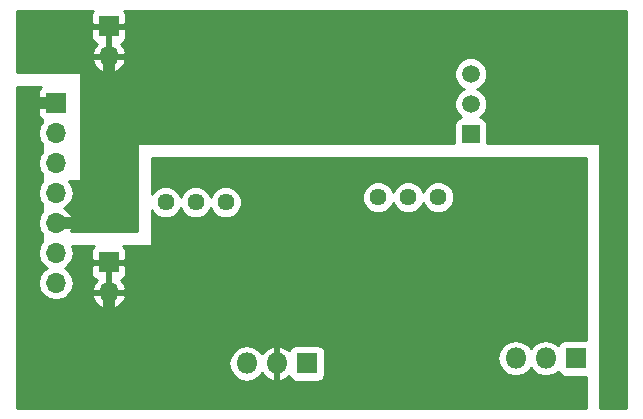
<source format=gbr>
G04 #@! TF.FileFunction,Copper,L2,Bot,Signal*
%FSLAX46Y46*%
G04 Gerber Fmt 4.6, Leading zero omitted, Abs format (unit mm)*
G04 Created by KiCad (PCBNEW 4.0.7) date 01/09/23 23:27:53*
%MOMM*%
%LPD*%
G01*
G04 APERTURE LIST*
%ADD10C,0.100000*%
%ADD11R,1.700000X1.700000*%
%ADD12O,1.700000X1.700000*%
%ADD13R,1.800000X1.800000*%
%ADD14O,1.800000X1.800000*%
%ADD15C,1.440000*%
%ADD16C,1.520000*%
%ADD17R,1.520000X1.520000*%
%ADD18C,0.600000*%
%ADD19C,1.000000*%
%ADD20C,0.254000*%
G04 APERTURE END LIST*
D10*
D11*
X53000000Y-65500000D03*
D12*
X53000000Y-68040000D03*
X53000000Y-70580000D03*
X53000000Y-73120000D03*
X53000000Y-75660000D03*
X53000000Y-78200000D03*
X53000000Y-80740000D03*
D13*
X74260000Y-87560000D03*
D14*
X71720000Y-87560000D03*
X69180000Y-87560000D03*
D15*
X62300000Y-73900000D03*
X64840000Y-73900000D03*
X67380000Y-73900000D03*
X80300000Y-73500000D03*
X82840000Y-73500000D03*
X85380000Y-73500000D03*
D11*
X57500000Y-79000000D03*
D12*
X57500000Y-81540000D03*
D11*
X57500000Y-59000000D03*
D12*
X57500000Y-61540000D03*
D16*
X88130000Y-65590000D03*
X88130000Y-63050000D03*
D17*
X88130000Y-68130000D03*
D13*
X97028000Y-87122000D03*
D14*
X94488000Y-87122000D03*
X91948000Y-87122000D03*
D18*
X100140000Y-90870000D03*
X100140000Y-89820000D03*
X99750000Y-75470000D03*
X100000000Y-80000000D03*
X79250000Y-58750000D03*
X76100000Y-58750000D03*
X70000000Y-67300000D03*
X90300000Y-58600000D03*
X93700000Y-58500000D03*
X78580000Y-80350000D03*
X79180000Y-78230000D03*
X89610000Y-79630000D03*
X89540000Y-77600000D03*
X72450000Y-70750000D03*
X73400000Y-81000000D03*
X95700000Y-71450000D03*
X96550000Y-72350000D03*
X66400000Y-81550000D03*
X68250000Y-81200000D03*
X69850000Y-81000000D03*
D19*
X53000000Y-75660000D02*
X56840000Y-75660000D01*
X57500000Y-75000000D02*
X57500000Y-61540000D01*
X56840000Y-75660000D02*
X57500000Y-75000000D01*
X53000000Y-65500000D02*
X51000000Y-65500000D01*
X57500000Y-84500000D02*
X57500000Y-81540000D01*
X57000000Y-85000000D02*
X57500000Y-84500000D01*
X51500000Y-85000000D02*
X57000000Y-85000000D01*
X50500000Y-84000000D02*
X51500000Y-85000000D01*
X50500000Y-66000000D02*
X50500000Y-84000000D01*
X51000000Y-65500000D02*
X50500000Y-66000000D01*
D20*
G36*
X51611673Y-64290301D02*
X51515000Y-64523690D01*
X51515000Y-65214250D01*
X51673750Y-65373000D01*
X51825000Y-65373000D01*
X51825000Y-65627000D01*
X51673750Y-65627000D01*
X51515000Y-65785750D01*
X51515000Y-66476310D01*
X51611673Y-66709699D01*
X51790302Y-66888327D01*
X51825000Y-66902699D01*
X51825000Y-67133400D01*
X51598946Y-67471715D01*
X51485907Y-68040000D01*
X51598946Y-68608285D01*
X51825000Y-68946600D01*
X51825000Y-69673400D01*
X51598946Y-70011715D01*
X51485907Y-70580000D01*
X51598946Y-71148285D01*
X51873000Y-71558437D01*
X51873000Y-72141563D01*
X51598946Y-72551715D01*
X51485907Y-73120000D01*
X51598946Y-73688285D01*
X51873000Y-74098437D01*
X51873000Y-74681563D01*
X51598946Y-75091715D01*
X51485907Y-75660000D01*
X51598946Y-76228285D01*
X51873000Y-76638437D01*
X51873000Y-77221563D01*
X51598946Y-77631715D01*
X51485907Y-78200000D01*
X51598946Y-78768285D01*
X51920853Y-79250054D01*
X52250026Y-79470000D01*
X51920853Y-79689946D01*
X51598946Y-80171715D01*
X51485907Y-80740000D01*
X51598946Y-81308285D01*
X51920853Y-81790054D01*
X52402622Y-82111961D01*
X52970907Y-82225000D01*
X53029093Y-82225000D01*
X53597378Y-82111961D01*
X53919255Y-81896890D01*
X56058524Y-81896890D01*
X56228355Y-82306924D01*
X56618642Y-82735183D01*
X57143108Y-82981486D01*
X57373000Y-82860819D01*
X57373000Y-81667000D01*
X57627000Y-81667000D01*
X57627000Y-82860819D01*
X57856892Y-82981486D01*
X58381358Y-82735183D01*
X58771645Y-82306924D01*
X58941476Y-81896890D01*
X58820155Y-81667000D01*
X57627000Y-81667000D01*
X57373000Y-81667000D01*
X56179845Y-81667000D01*
X56058524Y-81896890D01*
X53919255Y-81896890D01*
X54079147Y-81790054D01*
X54401054Y-81308285D01*
X54514093Y-80740000D01*
X54401054Y-80171715D01*
X54079147Y-79689946D01*
X53749974Y-79470000D01*
X54025724Y-79285750D01*
X56015000Y-79285750D01*
X56015000Y-79976310D01*
X56111673Y-80209699D01*
X56290302Y-80388327D01*
X56499878Y-80475136D01*
X56228355Y-80773076D01*
X56058524Y-81183110D01*
X56179845Y-81413000D01*
X57373000Y-81413000D01*
X57373000Y-79127000D01*
X57627000Y-79127000D01*
X57627000Y-81413000D01*
X58820155Y-81413000D01*
X58941476Y-81183110D01*
X58771645Y-80773076D01*
X58500122Y-80475136D01*
X58709698Y-80388327D01*
X58888327Y-80209699D01*
X58985000Y-79976310D01*
X58985000Y-79285750D01*
X58826250Y-79127000D01*
X57627000Y-79127000D01*
X57373000Y-79127000D01*
X56173750Y-79127000D01*
X56015000Y-79285750D01*
X54025724Y-79285750D01*
X54079147Y-79250054D01*
X54401054Y-78768285D01*
X54514093Y-78200000D01*
X54401054Y-77631715D01*
X54397904Y-77627000D01*
X56274975Y-77627000D01*
X56111673Y-77790301D01*
X56015000Y-78023690D01*
X56015000Y-78714250D01*
X56173750Y-78873000D01*
X57373000Y-78873000D01*
X57373000Y-78853000D01*
X57627000Y-78853000D01*
X57627000Y-78873000D01*
X58826250Y-78873000D01*
X58985000Y-78714250D01*
X58985000Y-78023690D01*
X58888327Y-77790301D01*
X58725025Y-77627000D01*
X61000000Y-77627000D01*
X61049410Y-77616994D01*
X61091035Y-77588553D01*
X61118315Y-77546159D01*
X61127000Y-77500000D01*
X61127000Y-74609386D01*
X61150617Y-74666543D01*
X61531452Y-75048043D01*
X62029291Y-75254764D01*
X62568344Y-75255235D01*
X63066543Y-75049383D01*
X63448043Y-74668548D01*
X63570045Y-74374736D01*
X63690617Y-74666543D01*
X64071452Y-75048043D01*
X64569291Y-75254764D01*
X65108344Y-75255235D01*
X65606543Y-75049383D01*
X65988043Y-74668548D01*
X66110045Y-74374736D01*
X66230617Y-74666543D01*
X66611452Y-75048043D01*
X67109291Y-75254764D01*
X67648344Y-75255235D01*
X68146543Y-75049383D01*
X68528043Y-74668548D01*
X68734764Y-74170709D01*
X68735115Y-73768344D01*
X78944765Y-73768344D01*
X79150617Y-74266543D01*
X79531452Y-74648043D01*
X80029291Y-74854764D01*
X80568344Y-74855235D01*
X81066543Y-74649383D01*
X81448043Y-74268548D01*
X81570045Y-73974736D01*
X81690617Y-74266543D01*
X82071452Y-74648043D01*
X82569291Y-74854764D01*
X83108344Y-74855235D01*
X83606543Y-74649383D01*
X83988043Y-74268548D01*
X84110045Y-73974736D01*
X84230617Y-74266543D01*
X84611452Y-74648043D01*
X85109291Y-74854764D01*
X85648344Y-74855235D01*
X86146543Y-74649383D01*
X86528043Y-74268548D01*
X86734764Y-73770709D01*
X86735235Y-73231656D01*
X86529383Y-72733457D01*
X86148548Y-72351957D01*
X85650709Y-72145236D01*
X85111656Y-72144765D01*
X84613457Y-72350617D01*
X84231957Y-72731452D01*
X84109955Y-73025264D01*
X83989383Y-72733457D01*
X83608548Y-72351957D01*
X83110709Y-72145236D01*
X82571656Y-72144765D01*
X82073457Y-72350617D01*
X81691957Y-72731452D01*
X81569955Y-73025264D01*
X81449383Y-72733457D01*
X81068548Y-72351957D01*
X80570709Y-72145236D01*
X80031656Y-72144765D01*
X79533457Y-72350617D01*
X79151957Y-72731452D01*
X78945236Y-73229291D01*
X78944765Y-73768344D01*
X68735115Y-73768344D01*
X68735235Y-73631656D01*
X68529383Y-73133457D01*
X68148548Y-72751957D01*
X67650709Y-72545236D01*
X67111656Y-72544765D01*
X66613457Y-72750617D01*
X66231957Y-73131452D01*
X66109955Y-73425264D01*
X65989383Y-73133457D01*
X65608548Y-72751957D01*
X65110709Y-72545236D01*
X64571656Y-72544765D01*
X64073457Y-72750617D01*
X63691957Y-73131452D01*
X63569955Y-73425264D01*
X63449383Y-73133457D01*
X63068548Y-72751957D01*
X62570709Y-72545236D01*
X62031656Y-72544765D01*
X61533457Y-72750617D01*
X61151957Y-73131452D01*
X61127000Y-73191555D01*
X61127000Y-70127000D01*
X97873000Y-70127000D01*
X97873000Y-85574560D01*
X96128000Y-85574560D01*
X95892683Y-85618838D01*
X95676559Y-85757910D01*
X95531569Y-85970110D01*
X95528281Y-85986344D01*
X95105491Y-85703845D01*
X94518072Y-85587000D01*
X94457928Y-85587000D01*
X93870509Y-85703845D01*
X93372519Y-86036591D01*
X93218000Y-86267845D01*
X93063481Y-86036591D01*
X92565491Y-85703845D01*
X91978072Y-85587000D01*
X91917928Y-85587000D01*
X91330509Y-85703845D01*
X90832519Y-86036591D01*
X90499773Y-86534581D01*
X90382928Y-87122000D01*
X90499773Y-87709419D01*
X90832519Y-88207409D01*
X91330509Y-88540155D01*
X91917928Y-88657000D01*
X91978072Y-88657000D01*
X92565491Y-88540155D01*
X93063481Y-88207409D01*
X93218000Y-87976155D01*
X93372519Y-88207409D01*
X93870509Y-88540155D01*
X94457928Y-88657000D01*
X94518072Y-88657000D01*
X95105491Y-88540155D01*
X95526026Y-88259163D01*
X95663910Y-88473441D01*
X95876110Y-88618431D01*
X96128000Y-88669440D01*
X97873000Y-88669440D01*
X97873000Y-91290000D01*
X49710000Y-91290000D01*
X49710000Y-87560000D01*
X67614928Y-87560000D01*
X67731773Y-88147419D01*
X68064519Y-88645409D01*
X68562509Y-88978155D01*
X69149928Y-89095000D01*
X69210072Y-89095000D01*
X69797491Y-88978155D01*
X70295481Y-88645409D01*
X70454501Y-88407418D01*
X70812424Y-88797966D01*
X71355258Y-89051046D01*
X71593000Y-88930997D01*
X71593000Y-87687000D01*
X71573000Y-87687000D01*
X71573000Y-87433000D01*
X71593000Y-87433000D01*
X71593000Y-86189003D01*
X71847000Y-86189003D01*
X71847000Y-87433000D01*
X71867000Y-87433000D01*
X71867000Y-87687000D01*
X71847000Y-87687000D01*
X71847000Y-88930997D01*
X72084742Y-89051046D01*
X72627576Y-88797966D01*
X72750844Y-88663462D01*
X72756838Y-88695317D01*
X72895910Y-88911441D01*
X73108110Y-89056431D01*
X73360000Y-89107440D01*
X75160000Y-89107440D01*
X75395317Y-89063162D01*
X75611441Y-88924090D01*
X75756431Y-88711890D01*
X75807440Y-88460000D01*
X75807440Y-86660000D01*
X75763162Y-86424683D01*
X75624090Y-86208559D01*
X75411890Y-86063569D01*
X75160000Y-86012560D01*
X73360000Y-86012560D01*
X73124683Y-86056838D01*
X72908559Y-86195910D01*
X72763569Y-86408110D01*
X72753234Y-86459146D01*
X72627576Y-86322034D01*
X72084742Y-86068954D01*
X71847000Y-86189003D01*
X71593000Y-86189003D01*
X71355258Y-86068954D01*
X70812424Y-86322034D01*
X70454501Y-86712582D01*
X70295481Y-86474591D01*
X69797491Y-86141845D01*
X69210072Y-86025000D01*
X69149928Y-86025000D01*
X68562509Y-86141845D01*
X68064519Y-86474591D01*
X67731773Y-86972581D01*
X67614928Y-87560000D01*
X49710000Y-87560000D01*
X49710000Y-64127000D01*
X51774975Y-64127000D01*
X51611673Y-64290301D01*
X51611673Y-64290301D01*
G37*
X51611673Y-64290301D02*
X51515000Y-64523690D01*
X51515000Y-65214250D01*
X51673750Y-65373000D01*
X51825000Y-65373000D01*
X51825000Y-65627000D01*
X51673750Y-65627000D01*
X51515000Y-65785750D01*
X51515000Y-66476310D01*
X51611673Y-66709699D01*
X51790302Y-66888327D01*
X51825000Y-66902699D01*
X51825000Y-67133400D01*
X51598946Y-67471715D01*
X51485907Y-68040000D01*
X51598946Y-68608285D01*
X51825000Y-68946600D01*
X51825000Y-69673400D01*
X51598946Y-70011715D01*
X51485907Y-70580000D01*
X51598946Y-71148285D01*
X51873000Y-71558437D01*
X51873000Y-72141563D01*
X51598946Y-72551715D01*
X51485907Y-73120000D01*
X51598946Y-73688285D01*
X51873000Y-74098437D01*
X51873000Y-74681563D01*
X51598946Y-75091715D01*
X51485907Y-75660000D01*
X51598946Y-76228285D01*
X51873000Y-76638437D01*
X51873000Y-77221563D01*
X51598946Y-77631715D01*
X51485907Y-78200000D01*
X51598946Y-78768285D01*
X51920853Y-79250054D01*
X52250026Y-79470000D01*
X51920853Y-79689946D01*
X51598946Y-80171715D01*
X51485907Y-80740000D01*
X51598946Y-81308285D01*
X51920853Y-81790054D01*
X52402622Y-82111961D01*
X52970907Y-82225000D01*
X53029093Y-82225000D01*
X53597378Y-82111961D01*
X53919255Y-81896890D01*
X56058524Y-81896890D01*
X56228355Y-82306924D01*
X56618642Y-82735183D01*
X57143108Y-82981486D01*
X57373000Y-82860819D01*
X57373000Y-81667000D01*
X57627000Y-81667000D01*
X57627000Y-82860819D01*
X57856892Y-82981486D01*
X58381358Y-82735183D01*
X58771645Y-82306924D01*
X58941476Y-81896890D01*
X58820155Y-81667000D01*
X57627000Y-81667000D01*
X57373000Y-81667000D01*
X56179845Y-81667000D01*
X56058524Y-81896890D01*
X53919255Y-81896890D01*
X54079147Y-81790054D01*
X54401054Y-81308285D01*
X54514093Y-80740000D01*
X54401054Y-80171715D01*
X54079147Y-79689946D01*
X53749974Y-79470000D01*
X54025724Y-79285750D01*
X56015000Y-79285750D01*
X56015000Y-79976310D01*
X56111673Y-80209699D01*
X56290302Y-80388327D01*
X56499878Y-80475136D01*
X56228355Y-80773076D01*
X56058524Y-81183110D01*
X56179845Y-81413000D01*
X57373000Y-81413000D01*
X57373000Y-79127000D01*
X57627000Y-79127000D01*
X57627000Y-81413000D01*
X58820155Y-81413000D01*
X58941476Y-81183110D01*
X58771645Y-80773076D01*
X58500122Y-80475136D01*
X58709698Y-80388327D01*
X58888327Y-80209699D01*
X58985000Y-79976310D01*
X58985000Y-79285750D01*
X58826250Y-79127000D01*
X57627000Y-79127000D01*
X57373000Y-79127000D01*
X56173750Y-79127000D01*
X56015000Y-79285750D01*
X54025724Y-79285750D01*
X54079147Y-79250054D01*
X54401054Y-78768285D01*
X54514093Y-78200000D01*
X54401054Y-77631715D01*
X54397904Y-77627000D01*
X56274975Y-77627000D01*
X56111673Y-77790301D01*
X56015000Y-78023690D01*
X56015000Y-78714250D01*
X56173750Y-78873000D01*
X57373000Y-78873000D01*
X57373000Y-78853000D01*
X57627000Y-78853000D01*
X57627000Y-78873000D01*
X58826250Y-78873000D01*
X58985000Y-78714250D01*
X58985000Y-78023690D01*
X58888327Y-77790301D01*
X58725025Y-77627000D01*
X61000000Y-77627000D01*
X61049410Y-77616994D01*
X61091035Y-77588553D01*
X61118315Y-77546159D01*
X61127000Y-77500000D01*
X61127000Y-74609386D01*
X61150617Y-74666543D01*
X61531452Y-75048043D01*
X62029291Y-75254764D01*
X62568344Y-75255235D01*
X63066543Y-75049383D01*
X63448043Y-74668548D01*
X63570045Y-74374736D01*
X63690617Y-74666543D01*
X64071452Y-75048043D01*
X64569291Y-75254764D01*
X65108344Y-75255235D01*
X65606543Y-75049383D01*
X65988043Y-74668548D01*
X66110045Y-74374736D01*
X66230617Y-74666543D01*
X66611452Y-75048043D01*
X67109291Y-75254764D01*
X67648344Y-75255235D01*
X68146543Y-75049383D01*
X68528043Y-74668548D01*
X68734764Y-74170709D01*
X68735115Y-73768344D01*
X78944765Y-73768344D01*
X79150617Y-74266543D01*
X79531452Y-74648043D01*
X80029291Y-74854764D01*
X80568344Y-74855235D01*
X81066543Y-74649383D01*
X81448043Y-74268548D01*
X81570045Y-73974736D01*
X81690617Y-74266543D01*
X82071452Y-74648043D01*
X82569291Y-74854764D01*
X83108344Y-74855235D01*
X83606543Y-74649383D01*
X83988043Y-74268548D01*
X84110045Y-73974736D01*
X84230617Y-74266543D01*
X84611452Y-74648043D01*
X85109291Y-74854764D01*
X85648344Y-74855235D01*
X86146543Y-74649383D01*
X86528043Y-74268548D01*
X86734764Y-73770709D01*
X86735235Y-73231656D01*
X86529383Y-72733457D01*
X86148548Y-72351957D01*
X85650709Y-72145236D01*
X85111656Y-72144765D01*
X84613457Y-72350617D01*
X84231957Y-72731452D01*
X84109955Y-73025264D01*
X83989383Y-72733457D01*
X83608548Y-72351957D01*
X83110709Y-72145236D01*
X82571656Y-72144765D01*
X82073457Y-72350617D01*
X81691957Y-72731452D01*
X81569955Y-73025264D01*
X81449383Y-72733457D01*
X81068548Y-72351957D01*
X80570709Y-72145236D01*
X80031656Y-72144765D01*
X79533457Y-72350617D01*
X79151957Y-72731452D01*
X78945236Y-73229291D01*
X78944765Y-73768344D01*
X68735115Y-73768344D01*
X68735235Y-73631656D01*
X68529383Y-73133457D01*
X68148548Y-72751957D01*
X67650709Y-72545236D01*
X67111656Y-72544765D01*
X66613457Y-72750617D01*
X66231957Y-73131452D01*
X66109955Y-73425264D01*
X65989383Y-73133457D01*
X65608548Y-72751957D01*
X65110709Y-72545236D01*
X64571656Y-72544765D01*
X64073457Y-72750617D01*
X63691957Y-73131452D01*
X63569955Y-73425264D01*
X63449383Y-73133457D01*
X63068548Y-72751957D01*
X62570709Y-72545236D01*
X62031656Y-72544765D01*
X61533457Y-72750617D01*
X61151957Y-73131452D01*
X61127000Y-73191555D01*
X61127000Y-70127000D01*
X97873000Y-70127000D01*
X97873000Y-85574560D01*
X96128000Y-85574560D01*
X95892683Y-85618838D01*
X95676559Y-85757910D01*
X95531569Y-85970110D01*
X95528281Y-85986344D01*
X95105491Y-85703845D01*
X94518072Y-85587000D01*
X94457928Y-85587000D01*
X93870509Y-85703845D01*
X93372519Y-86036591D01*
X93218000Y-86267845D01*
X93063481Y-86036591D01*
X92565491Y-85703845D01*
X91978072Y-85587000D01*
X91917928Y-85587000D01*
X91330509Y-85703845D01*
X90832519Y-86036591D01*
X90499773Y-86534581D01*
X90382928Y-87122000D01*
X90499773Y-87709419D01*
X90832519Y-88207409D01*
X91330509Y-88540155D01*
X91917928Y-88657000D01*
X91978072Y-88657000D01*
X92565491Y-88540155D01*
X93063481Y-88207409D01*
X93218000Y-87976155D01*
X93372519Y-88207409D01*
X93870509Y-88540155D01*
X94457928Y-88657000D01*
X94518072Y-88657000D01*
X95105491Y-88540155D01*
X95526026Y-88259163D01*
X95663910Y-88473441D01*
X95876110Y-88618431D01*
X96128000Y-88669440D01*
X97873000Y-88669440D01*
X97873000Y-91290000D01*
X49710000Y-91290000D01*
X49710000Y-87560000D01*
X67614928Y-87560000D01*
X67731773Y-88147419D01*
X68064519Y-88645409D01*
X68562509Y-88978155D01*
X69149928Y-89095000D01*
X69210072Y-89095000D01*
X69797491Y-88978155D01*
X70295481Y-88645409D01*
X70454501Y-88407418D01*
X70812424Y-88797966D01*
X71355258Y-89051046D01*
X71593000Y-88930997D01*
X71593000Y-87687000D01*
X71573000Y-87687000D01*
X71573000Y-87433000D01*
X71593000Y-87433000D01*
X71593000Y-86189003D01*
X71847000Y-86189003D01*
X71847000Y-87433000D01*
X71867000Y-87433000D01*
X71867000Y-87687000D01*
X71847000Y-87687000D01*
X71847000Y-88930997D01*
X72084742Y-89051046D01*
X72627576Y-88797966D01*
X72750844Y-88663462D01*
X72756838Y-88695317D01*
X72895910Y-88911441D01*
X73108110Y-89056431D01*
X73360000Y-89107440D01*
X75160000Y-89107440D01*
X75395317Y-89063162D01*
X75611441Y-88924090D01*
X75756431Y-88711890D01*
X75807440Y-88460000D01*
X75807440Y-86660000D01*
X75763162Y-86424683D01*
X75624090Y-86208559D01*
X75411890Y-86063569D01*
X75160000Y-86012560D01*
X73360000Y-86012560D01*
X73124683Y-86056838D01*
X72908559Y-86195910D01*
X72763569Y-86408110D01*
X72753234Y-86459146D01*
X72627576Y-86322034D01*
X72084742Y-86068954D01*
X71847000Y-86189003D01*
X71593000Y-86189003D01*
X71355258Y-86068954D01*
X70812424Y-86322034D01*
X70454501Y-86712582D01*
X70295481Y-86474591D01*
X69797491Y-86141845D01*
X69210072Y-86025000D01*
X69149928Y-86025000D01*
X68562509Y-86141845D01*
X68064519Y-86474591D01*
X67731773Y-86972581D01*
X67614928Y-87560000D01*
X49710000Y-87560000D01*
X49710000Y-64127000D01*
X51774975Y-64127000D01*
X51611673Y-64290301D01*
G36*
X56111673Y-57790301D02*
X56015000Y-58023690D01*
X56015000Y-58714250D01*
X56173750Y-58873000D01*
X57373000Y-58873000D01*
X57373000Y-58853000D01*
X57627000Y-58853000D01*
X57627000Y-58873000D01*
X58826250Y-58873000D01*
X58985000Y-58714250D01*
X58985000Y-58023690D01*
X58888327Y-57790301D01*
X58808026Y-57710000D01*
X101290000Y-57710000D01*
X101290000Y-91290000D01*
X99127000Y-91290000D01*
X99127000Y-69000000D01*
X99116994Y-68950590D01*
X99088553Y-68908965D01*
X99046159Y-68881685D01*
X99000000Y-68873000D01*
X89537440Y-68873000D01*
X89537440Y-67370000D01*
X89493162Y-67134683D01*
X89354090Y-66918559D01*
X89141890Y-66773569D01*
X88956520Y-66736031D01*
X89311934Y-66381236D01*
X89524758Y-65868700D01*
X89525242Y-65313735D01*
X89313313Y-64800828D01*
X88921236Y-64408066D01*
X88709262Y-64320046D01*
X88919172Y-64233313D01*
X89311934Y-63841236D01*
X89524758Y-63328700D01*
X89525242Y-62773735D01*
X89313313Y-62260828D01*
X88921236Y-61868066D01*
X88408700Y-61655242D01*
X87853735Y-61654758D01*
X87340828Y-61866687D01*
X86948066Y-62258764D01*
X86735242Y-62771300D01*
X86734758Y-63326265D01*
X86946687Y-63839172D01*
X87338764Y-64231934D01*
X87550738Y-64319954D01*
X87340828Y-64406687D01*
X86948066Y-64798764D01*
X86735242Y-65311300D01*
X86734758Y-65866265D01*
X86946687Y-66379172D01*
X87302210Y-66735316D01*
X87134683Y-66766838D01*
X86918559Y-66905910D01*
X86773569Y-67118110D01*
X86722560Y-67370000D01*
X86722560Y-68873000D01*
X60000000Y-68873000D01*
X59950590Y-68883006D01*
X59908965Y-68911447D01*
X59881685Y-68953841D01*
X59873000Y-69000000D01*
X59873000Y-76373000D01*
X54293980Y-76373000D01*
X54441476Y-76016890D01*
X54320155Y-75787000D01*
X53127000Y-75787000D01*
X53127000Y-75533000D01*
X54320155Y-75533000D01*
X54441476Y-75303110D01*
X54271645Y-74893076D01*
X53881358Y-74464817D01*
X53738447Y-74397702D01*
X54079147Y-74170054D01*
X54401054Y-73688285D01*
X54514093Y-73120000D01*
X54401054Y-72551715D01*
X54117269Y-72127000D01*
X54984000Y-72127000D01*
X55033410Y-72116994D01*
X55075035Y-72088553D01*
X55102315Y-72046159D01*
X55111000Y-72000000D01*
X55111000Y-63000000D01*
X55100994Y-62950590D01*
X55072553Y-62908965D01*
X55030159Y-62881685D01*
X54984000Y-62873000D01*
X49710000Y-62873000D01*
X49710000Y-61896890D01*
X56058524Y-61896890D01*
X56228355Y-62306924D01*
X56618642Y-62735183D01*
X57143108Y-62981486D01*
X57373000Y-62860819D01*
X57373000Y-61667000D01*
X57627000Y-61667000D01*
X57627000Y-62860819D01*
X57856892Y-62981486D01*
X58381358Y-62735183D01*
X58771645Y-62306924D01*
X58941476Y-61896890D01*
X58820155Y-61667000D01*
X57627000Y-61667000D01*
X57373000Y-61667000D01*
X56179845Y-61667000D01*
X56058524Y-61896890D01*
X49710000Y-61896890D01*
X49710000Y-59285750D01*
X56015000Y-59285750D01*
X56015000Y-59976310D01*
X56111673Y-60209699D01*
X56290302Y-60388327D01*
X56499878Y-60475136D01*
X56228355Y-60773076D01*
X56058524Y-61183110D01*
X56179845Y-61413000D01*
X57373000Y-61413000D01*
X57373000Y-59127000D01*
X57627000Y-59127000D01*
X57627000Y-61413000D01*
X58820155Y-61413000D01*
X58941476Y-61183110D01*
X58771645Y-60773076D01*
X58500122Y-60475136D01*
X58709698Y-60388327D01*
X58888327Y-60209699D01*
X58985000Y-59976310D01*
X58985000Y-59285750D01*
X58826250Y-59127000D01*
X57627000Y-59127000D01*
X57373000Y-59127000D01*
X56173750Y-59127000D01*
X56015000Y-59285750D01*
X49710000Y-59285750D01*
X49710000Y-57710000D01*
X56191974Y-57710000D01*
X56111673Y-57790301D01*
X56111673Y-57790301D01*
G37*
X56111673Y-57790301D02*
X56015000Y-58023690D01*
X56015000Y-58714250D01*
X56173750Y-58873000D01*
X57373000Y-58873000D01*
X57373000Y-58853000D01*
X57627000Y-58853000D01*
X57627000Y-58873000D01*
X58826250Y-58873000D01*
X58985000Y-58714250D01*
X58985000Y-58023690D01*
X58888327Y-57790301D01*
X58808026Y-57710000D01*
X101290000Y-57710000D01*
X101290000Y-91290000D01*
X99127000Y-91290000D01*
X99127000Y-69000000D01*
X99116994Y-68950590D01*
X99088553Y-68908965D01*
X99046159Y-68881685D01*
X99000000Y-68873000D01*
X89537440Y-68873000D01*
X89537440Y-67370000D01*
X89493162Y-67134683D01*
X89354090Y-66918559D01*
X89141890Y-66773569D01*
X88956520Y-66736031D01*
X89311934Y-66381236D01*
X89524758Y-65868700D01*
X89525242Y-65313735D01*
X89313313Y-64800828D01*
X88921236Y-64408066D01*
X88709262Y-64320046D01*
X88919172Y-64233313D01*
X89311934Y-63841236D01*
X89524758Y-63328700D01*
X89525242Y-62773735D01*
X89313313Y-62260828D01*
X88921236Y-61868066D01*
X88408700Y-61655242D01*
X87853735Y-61654758D01*
X87340828Y-61866687D01*
X86948066Y-62258764D01*
X86735242Y-62771300D01*
X86734758Y-63326265D01*
X86946687Y-63839172D01*
X87338764Y-64231934D01*
X87550738Y-64319954D01*
X87340828Y-64406687D01*
X86948066Y-64798764D01*
X86735242Y-65311300D01*
X86734758Y-65866265D01*
X86946687Y-66379172D01*
X87302210Y-66735316D01*
X87134683Y-66766838D01*
X86918559Y-66905910D01*
X86773569Y-67118110D01*
X86722560Y-67370000D01*
X86722560Y-68873000D01*
X60000000Y-68873000D01*
X59950590Y-68883006D01*
X59908965Y-68911447D01*
X59881685Y-68953841D01*
X59873000Y-69000000D01*
X59873000Y-76373000D01*
X54293980Y-76373000D01*
X54441476Y-76016890D01*
X54320155Y-75787000D01*
X53127000Y-75787000D01*
X53127000Y-75533000D01*
X54320155Y-75533000D01*
X54441476Y-75303110D01*
X54271645Y-74893076D01*
X53881358Y-74464817D01*
X53738447Y-74397702D01*
X54079147Y-74170054D01*
X54401054Y-73688285D01*
X54514093Y-73120000D01*
X54401054Y-72551715D01*
X54117269Y-72127000D01*
X54984000Y-72127000D01*
X55033410Y-72116994D01*
X55075035Y-72088553D01*
X55102315Y-72046159D01*
X55111000Y-72000000D01*
X55111000Y-63000000D01*
X55100994Y-62950590D01*
X55072553Y-62908965D01*
X55030159Y-62881685D01*
X54984000Y-62873000D01*
X49710000Y-62873000D01*
X49710000Y-61896890D01*
X56058524Y-61896890D01*
X56228355Y-62306924D01*
X56618642Y-62735183D01*
X57143108Y-62981486D01*
X57373000Y-62860819D01*
X57373000Y-61667000D01*
X57627000Y-61667000D01*
X57627000Y-62860819D01*
X57856892Y-62981486D01*
X58381358Y-62735183D01*
X58771645Y-62306924D01*
X58941476Y-61896890D01*
X58820155Y-61667000D01*
X57627000Y-61667000D01*
X57373000Y-61667000D01*
X56179845Y-61667000D01*
X56058524Y-61896890D01*
X49710000Y-61896890D01*
X49710000Y-59285750D01*
X56015000Y-59285750D01*
X56015000Y-59976310D01*
X56111673Y-60209699D01*
X56290302Y-60388327D01*
X56499878Y-60475136D01*
X56228355Y-60773076D01*
X56058524Y-61183110D01*
X56179845Y-61413000D01*
X57373000Y-61413000D01*
X57373000Y-59127000D01*
X57627000Y-59127000D01*
X57627000Y-61413000D01*
X58820155Y-61413000D01*
X58941476Y-61183110D01*
X58771645Y-60773076D01*
X58500122Y-60475136D01*
X58709698Y-60388327D01*
X58888327Y-60209699D01*
X58985000Y-59976310D01*
X58985000Y-59285750D01*
X58826250Y-59127000D01*
X57627000Y-59127000D01*
X57373000Y-59127000D01*
X56173750Y-59127000D01*
X56015000Y-59285750D01*
X49710000Y-59285750D01*
X49710000Y-57710000D01*
X56191974Y-57710000D01*
X56111673Y-57790301D01*
M02*

</source>
